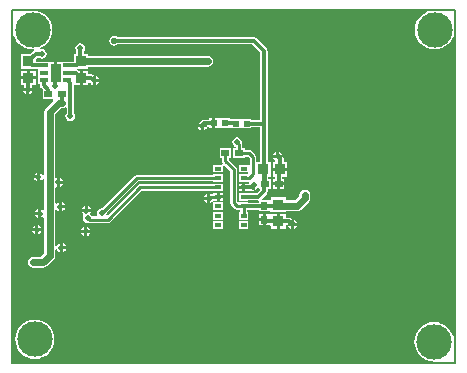
<source format=gtl>
%FSLAX25Y25*%
%MOIN*%
G70*
G01*
G75*
G04 Layer_Physical_Order=1*
G04 Layer_Color=255*
%ADD10R,0.01969X0.01969*%
%ADD11R,0.02362X0.01969*%
%ADD12R,0.02559X0.02165*%
%ADD13R,0.03740X0.03740*%
%ADD14R,0.02165X0.02559*%
%ADD15R,0.03740X0.03740*%
%ADD16R,0.01969X0.01378*%
%ADD17R,0.02756X0.01181*%
%ADD18R,0.03504X0.06299*%
%ADD19C,0.01181*%
%ADD20C,0.01000*%
%ADD21C,0.02362*%
%ADD22C,0.01378*%
%ADD23C,0.00787*%
%ADD24C,0.01969*%
%ADD25C,0.11811*%
%ADD26C,0.02165*%
G36*
X138077Y116915D02*
X137022Y116351D01*
X136032Y115539D01*
X135221Y114550D01*
X134617Y113422D01*
X134246Y112197D01*
X134121Y110924D01*
X134246Y109650D01*
X134617Y108426D01*
X135221Y107297D01*
X136032Y106308D01*
X137022Y105496D01*
X138150Y104893D01*
X139375Y104522D01*
X140648Y104396D01*
X141921Y104522D01*
X143146Y104893D01*
X144274Y105496D01*
X145264Y106308D01*
X146075Y107297D01*
X146679Y108426D01*
X146705Y108514D01*
X147200Y108440D01*
Y8821D01*
X146705Y8747D01*
X146482Y9485D01*
X145879Y10613D01*
X145067Y11602D01*
X144078Y12414D01*
X142949Y13017D01*
X141725Y13389D01*
X140451Y13514D01*
X139178Y13389D01*
X137953Y13017D01*
X136825Y12414D01*
X135836Y11602D01*
X135024Y10613D01*
X134421Y9485D01*
X134049Y8260D01*
X133924Y6987D01*
X134049Y5713D01*
X134421Y4489D01*
X135024Y3360D01*
X135836Y2371D01*
X136825Y1559D01*
X137953Y956D01*
X139178Y585D01*
X140042Y499D01*
X140018Y0D01*
X0D01*
Y108899D01*
X495Y108972D01*
X660Y108426D01*
X1264Y107297D01*
X2075Y106308D01*
X3064Y105496D01*
X4193Y104893D01*
X5418Y104522D01*
X6691Y104396D01*
X6983Y104425D01*
X7152Y103954D01*
X7083Y103908D01*
X6848Y103752D01*
X6848Y103752D01*
X5958Y102861D01*
X2739D01*
Y97939D01*
X7661D01*
Y97955D01*
X8414D01*
Y97781D01*
X8414D01*
Y95419D01*
X8414Y95419D01*
X8414Y95222D01*
X8414D01*
Y92860D01*
X9178D01*
Y92417D01*
X9178Y92417D01*
X9270Y91957D01*
X9531Y91566D01*
X10030Y91067D01*
Y87727D01*
X13319D01*
X13510Y87265D01*
X11123Y84877D01*
X10731Y84291D01*
X10594Y83600D01*
Y62500D01*
X10096Y62451D01*
X10083Y62515D01*
X9735Y63035D01*
X9215Y63383D01*
X9100Y63406D01*
Y61899D01*
Y60394D01*
X9215Y60417D01*
X9735Y60765D01*
X10083Y61286D01*
X10096Y61349D01*
X10594Y61300D01*
Y51142D01*
X10135Y50835D01*
X9614Y51183D01*
X9500Y51206D01*
Y49699D01*
Y48194D01*
X9614Y48217D01*
X10135Y48565D01*
X10594Y48258D01*
Y36448D01*
X9352Y35206D01*
X6900D01*
X6209Y35069D01*
X5623Y34677D01*
X5231Y34091D01*
X5094Y33400D01*
X5231Y32709D01*
X5623Y32123D01*
X6209Y31731D01*
X6900Y31594D01*
X10100D01*
X10791Y31731D01*
X11377Y32123D01*
X13677Y34423D01*
X14069Y35009D01*
X14206Y35700D01*
Y37700D01*
X14704Y37749D01*
X14717Y37685D01*
X15065Y37165D01*
X15586Y36817D01*
X15700Y36794D01*
Y38299D01*
Y39806D01*
X15586Y39783D01*
X15065Y39435D01*
X14717Y38914D01*
X14704Y38851D01*
X14206Y38900D01*
Y50755D01*
X14685Y50901D01*
X14765Y50781D01*
X15285Y50433D01*
X15400Y50410D01*
Y51916D01*
Y53423D01*
X15285Y53400D01*
X14765Y53052D01*
X14685Y52933D01*
X14206Y53078D01*
Y58298D01*
X14593Y58615D01*
X14700Y58594D01*
Y60099D01*
Y61606D01*
X14593Y61585D01*
X14206Y61902D01*
Y82852D01*
X16248Y84894D01*
X16600D01*
X17291Y85031D01*
X17555Y85207D01*
X17996Y84971D01*
Y83132D01*
X17717Y82714D01*
X17594Y82100D01*
X17717Y81485D01*
X18065Y80965D01*
X18586Y80617D01*
X19200Y80494D01*
X19815Y80617D01*
X20335Y80965D01*
X20683Y81485D01*
X20806Y82100D01*
X20683Y82714D01*
X20404Y83132D01*
Y92439D01*
X22300D01*
Y94899D01*
Y97361D01*
X22042D01*
X21951Y97452D01*
X21561Y97713D01*
X21100Y97804D01*
X21235Y97939D01*
X25261D01*
Y98594D01*
X65000D01*
X65691Y98731D01*
X66277Y99123D01*
X66669Y99709D01*
X66806Y100400D01*
X66669Y101091D01*
X66277Y101677D01*
X65691Y102069D01*
X65000Y102206D01*
X25261D01*
Y102861D01*
X23805D01*
Y103918D01*
X23983Y104185D01*
X24106Y104800D01*
X23983Y105414D01*
X23635Y105935D01*
X23114Y106283D01*
X22500Y106406D01*
X21885Y106283D01*
X21365Y105935D01*
X21017Y105414D01*
X20894Y104800D01*
X21017Y104185D01*
X21195Y103918D01*
Y102861D01*
X20339D01*
Y100363D01*
X18217D01*
X18101Y100340D01*
X16249D01*
Y100340D01*
X14800D01*
Y96599D01*
X13800D01*
Y100340D01*
X12351D01*
Y100340D01*
X10499D01*
X10383Y100363D01*
X7661D01*
Y101158D01*
X8199Y101696D01*
X8768D01*
X9185Y101417D01*
X9800Y101294D01*
X10414Y101417D01*
X10935Y101765D01*
X11283Y102286D01*
X11406Y102900D01*
X11283Y103515D01*
X10935Y104035D01*
X10414Y104383D01*
X9800Y104506D01*
X9335Y104413D01*
X9189Y104893D01*
X10317Y105496D01*
X11307Y106308D01*
X12118Y107297D01*
X12722Y108426D01*
X13093Y109650D01*
X13218Y110924D01*
X13093Y112197D01*
X12722Y113422D01*
X12118Y114550D01*
X11307Y115539D01*
X10317Y116351D01*
X9189Y116954D01*
X7965Y117326D01*
Y117326D01*
X7968Y117400D01*
X137955D01*
X138077Y116915D01*
D02*
G37*
%LPC*%
G36*
X70075Y50229D02*
X66925D01*
Y47670D01*
X70075D01*
Y50229D01*
D02*
G37*
G36*
X8500Y49200D02*
X7494D01*
X7517Y49086D01*
X7865Y48565D01*
X8386Y48217D01*
X8500Y48194D01*
Y49200D01*
D02*
G37*
G36*
X83400Y49570D02*
X82227D01*
Y48200D01*
X83400D01*
Y49570D01*
D02*
G37*
G36*
X93800Y47606D02*
Y46600D01*
X94806D01*
X94783Y46714D01*
X94435Y47235D01*
X93915Y47583D01*
X93800Y47606D01*
D02*
G37*
G36*
X8600Y45806D02*
Y44800D01*
X9606D01*
X9583Y44914D01*
X9235Y45435D01*
X8715Y45783D01*
X8600Y45806D01*
D02*
G37*
G36*
X83400Y47200D02*
X82227D01*
Y45830D01*
X83400D01*
Y47200D01*
D02*
G37*
G36*
X90961Y49561D02*
X89000D01*
Y47099D01*
Y44639D01*
X90961D01*
Y45896D01*
X91701D01*
X91743Y45854D01*
X91694Y46100D01*
X91794Y46600D01*
X92800D01*
Y47606D01*
X93298Y47705D01*
X93051Y47951D01*
X92661Y48213D01*
X92200Y48304D01*
X92200Y48304D01*
X90961D01*
Y49561D01*
D02*
G37*
G36*
X25000Y52206D02*
Y51200D01*
X26006D01*
X25983Y51315D01*
X25635Y51835D01*
X25115Y52183D01*
X25000Y52206D01*
D02*
G37*
G36*
X16400Y53423D02*
Y52416D01*
X17406D01*
X17383Y52531D01*
X17035Y53052D01*
X16514Y53400D01*
X16400Y53423D01*
D02*
G37*
G36*
X64800Y54200D02*
X63794D01*
X63817Y54085D01*
X64165Y53565D01*
X64685Y53217D01*
X64800Y53194D01*
Y54200D01*
D02*
G37*
G36*
X24000Y52206D02*
X23886Y52183D01*
X23365Y51835D01*
X23017Y51315D01*
X22994Y51200D01*
X24000D01*
Y52206D01*
D02*
G37*
G36*
X8500Y51206D02*
X8386Y51183D01*
X7865Y50835D01*
X7517Y50314D01*
X7494Y50200D01*
X8500D01*
Y51206D01*
D02*
G37*
G36*
X17406Y51416D02*
X16400D01*
Y50410D01*
X16514Y50433D01*
X17035Y50781D01*
X17383Y51302D01*
X17406Y51416D01*
D02*
G37*
G36*
X70075Y53379D02*
X66925D01*
Y50820D01*
X70075D01*
Y53379D01*
D02*
G37*
G36*
X7600Y45806D02*
X7485Y45783D01*
X6965Y45435D01*
X6617Y44914D01*
X6594Y44800D01*
X7600D01*
Y45806D01*
D02*
G37*
G36*
X25906Y43300D02*
X24900D01*
Y42294D01*
X25014Y42317D01*
X25535Y42665D01*
X25883Y43185D01*
X25906Y43300D01*
D02*
G37*
G36*
X7600Y43800D02*
X6594D01*
X6617Y43685D01*
X6965Y43165D01*
X7485Y42817D01*
X7600Y42794D01*
Y43800D01*
D02*
G37*
G36*
X9606D02*
X8600D01*
Y42794D01*
X8715Y42817D01*
X9235Y43165D01*
X9583Y43685D01*
X9606Y43800D01*
D02*
G37*
G36*
X23900Y43300D02*
X22894D01*
X22917Y43185D01*
X23265Y42665D01*
X23786Y42317D01*
X23900Y42294D01*
Y43300D01*
D02*
G37*
G36*
X7380Y14301D02*
X6107Y14176D01*
X4882Y13805D01*
X3754Y13201D01*
X2765Y12390D01*
X1953Y11400D01*
X1350Y10272D01*
X978Y9048D01*
X853Y7774D01*
X978Y6501D01*
X1350Y5276D01*
X1953Y4148D01*
X2765Y3158D01*
X3754Y2347D01*
X4882Y1743D01*
X6107Y1372D01*
X7380Y1247D01*
X8654Y1372D01*
X9878Y1743D01*
X11007Y2347D01*
X11996Y3158D01*
X12808Y4148D01*
X13411Y5276D01*
X13782Y6501D01*
X13908Y7774D01*
X13782Y9048D01*
X13411Y10272D01*
X12808Y11400D01*
X11996Y12390D01*
X11007Y13201D01*
X9878Y13805D01*
X8654Y14176D01*
X7380Y14301D01*
D02*
G37*
G36*
X17706Y37800D02*
X16700D01*
Y36794D01*
X16815Y36817D01*
X17335Y37165D01*
X17683Y37685D01*
X17706Y37800D01*
D02*
G37*
G36*
X16700Y39806D02*
Y38800D01*
X17706D01*
X17683Y38914D01*
X17335Y39435D01*
X16815Y39783D01*
X16700Y39806D01*
D02*
G37*
G36*
X92800Y45600D02*
X91794D01*
X91817Y45485D01*
X92165Y44965D01*
X92686Y44617D01*
X92800Y44594D01*
Y45600D01*
D02*
G37*
G36*
X94806D02*
X93800D01*
Y44594D01*
X93915Y44617D01*
X94435Y44965D01*
X94783Y45485D01*
X94806Y45600D01*
D02*
G37*
G36*
X85573Y49570D02*
Y49570D01*
X84400D01*
Y47699D01*
Y45830D01*
X85573D01*
Y45830D01*
X85686D01*
X86039Y45476D01*
Y44639D01*
X88000D01*
Y47099D01*
Y49561D01*
X86039D01*
Y49561D01*
X85583D01*
X85573Y49570D01*
D02*
G37*
G36*
X78539Y47080D02*
X75390D01*
Y44521D01*
X78539D01*
Y47080D01*
D02*
G37*
G36*
X23900Y45306D02*
X23786Y45283D01*
X23265Y44935D01*
X22917Y44414D01*
X22894Y44300D01*
X23900D01*
Y45306D01*
D02*
G37*
G36*
X24900D02*
Y44300D01*
X25906D01*
X25883Y44414D01*
X25535Y44935D01*
X25014Y45283D01*
X24900Y45306D01*
D02*
G37*
G36*
X70075Y47080D02*
X66925D01*
Y44521D01*
X70075D01*
Y47080D01*
D02*
G37*
G36*
X33900Y109006D02*
X33247Y108876D01*
X32694Y108506D01*
X32324Y107953D01*
X32194Y107300D01*
X32324Y106647D01*
X32694Y106094D01*
X33247Y105724D01*
X33900Y105594D01*
X34553Y105724D01*
X35106Y106094D01*
X35108Y106096D01*
X79901D01*
X82596Y103401D01*
Y80904D01*
X79539D01*
Y81275D01*
X76389D01*
D01*
D01*
X76389Y81275D01*
X75995D01*
Y81275D01*
X72846D01*
Y81275D01*
X72535D01*
X72435Y81375D01*
Y81375D01*
X69246D01*
X69246Y81375D01*
Y81375D01*
X68892Y81375D01*
D01*
X68892Y81375D01*
X68892Y81375D01*
D01*
X68539Y81375D01*
X68538Y81375D01*
Y81375D01*
X67620D01*
Y79799D01*
Y78225D01*
X68892D01*
Y78225D01*
X68892D01*
X68892Y78225D01*
X69246Y78225D01*
X69246Y78225D01*
Y78225D01*
X72435D01*
Y78225D01*
X72746D01*
X72846Y78125D01*
Y78125D01*
X75995D01*
Y78125D01*
X75995D01*
X75995Y78125D01*
X76389D01*
Y78125D01*
X79539D01*
Y78496D01*
X82596D01*
Y66961D01*
X81260D01*
Y68552D01*
X81260Y68552D01*
X81175Y68977D01*
X80934Y69338D01*
X79686Y70586D01*
X79325Y70827D01*
X78900Y70912D01*
X78900Y70912D01*
X77337D01*
Y71473D01*
X76579D01*
Y72833D01*
X76494Y73259D01*
X76389Y73416D01*
X76406Y73500D01*
X76283Y74115D01*
X75935Y74635D01*
X75415Y74983D01*
X74800Y75106D01*
X74186Y74983D01*
X73665Y74635D01*
X73317Y74115D01*
X73194Y73500D01*
X73317Y72886D01*
X73665Y72365D01*
X74186Y72017D01*
X74355Y71983D01*
Y71473D01*
X73597D01*
Y68127D01*
X77337D01*
Y68688D01*
X78439D01*
X79036Y68091D01*
Y65977D01*
X78539D01*
Y65977D01*
X75390D01*
Y63418D01*
X78539D01*
Y63418D01*
X78539D01*
D01*
X78612Y63244D01*
X78335Y62828D01*
X75390D01*
Y60268D01*
X78539D01*
Y60268D01*
X78858D01*
X78944Y60107D01*
X78687Y59678D01*
X78539D01*
Y59678D01*
X77465D01*
Y58397D01*
Y57119D01*
X78539D01*
Y57194D01*
X79798D01*
X79798Y57194D01*
X80259Y57286D01*
X80650Y57547D01*
X80671Y57568D01*
X80300Y57494D01*
X79800Y57594D01*
Y59101D01*
X80800D01*
Y57594D01*
X80914Y57617D01*
X81435Y57965D01*
X81783Y58486D01*
X82263Y58390D01*
Y58027D01*
X82370D01*
X82562Y57565D01*
X81450Y56453D01*
X78539D01*
Y56528D01*
X75390D01*
Y53969D01*
X78539D01*
Y54045D01*
X81949D01*
X81949Y54045D01*
X82227Y53816D01*
Y53303D01*
X78539D01*
Y53379D01*
X75390D01*
Y53379D01*
X75194Y53379D01*
X74812Y53761D01*
Y64400D01*
X74812Y64400D01*
X74727Y64825D01*
X74486Y65186D01*
X74486Y65186D01*
X72012Y67661D01*
Y68127D01*
X72770D01*
Y71473D01*
X69030D01*
Y68127D01*
X69788D01*
Y67200D01*
X69788Y67200D01*
X69873Y66774D01*
X70111Y66418D01*
X70103Y66403D01*
X69999Y66299D01*
D01*
X69787Y66087D01*
D01*
X69677Y65977D01*
X66925D01*
Y63418D01*
X70075D01*
Y65799D01*
X70276Y65883D01*
X70276Y65883D01*
X70537Y65991D01*
X72588Y63939D01*
Y53300D01*
X72588Y53300D01*
X72673Y52874D01*
X72914Y52514D01*
X74115Y51313D01*
X74475Y51072D01*
X74901Y50987D01*
X74901Y50987D01*
X75390D01*
Y50820D01*
X75853D01*
Y50229D01*
X75390D01*
Y47670D01*
X78539D01*
Y50229D01*
X78076D01*
Y50820D01*
X78539D01*
Y50895D01*
X82227D01*
Y50397D01*
X85573D01*
Y50397D01*
X85782D01*
X86039Y50139D01*
Y50139D01*
X90961D01*
Y50461D01*
X94867D01*
X95558Y50598D01*
X96144Y50990D01*
X98677Y53523D01*
X99069Y54109D01*
X99206Y54800D01*
X99206Y54800D01*
X99206Y54800D01*
Y54800D01*
Y55900D01*
X99069Y56591D01*
X98677Y57177D01*
X98091Y57569D01*
X97400Y57706D01*
X96709Y57569D01*
X96123Y57177D01*
X95731Y56591D01*
X95594Y55900D01*
Y55548D01*
X94119Y54073D01*
X90961D01*
Y55061D01*
X86039D01*
Y54137D01*
X85573D01*
Y54137D01*
X83193D01*
X83002Y54599D01*
X84651Y56248D01*
X84913Y56639D01*
X85004Y57100D01*
X85004Y57100D01*
Y58027D01*
X86003D01*
Y61373D01*
X85245D01*
Y62039D01*
X86061D01*
Y66961D01*
X85004D01*
Y79100D01*
X85004Y79100D01*
X85004Y79100D01*
Y103900D01*
X85004Y103900D01*
X84913Y104361D01*
X84651Y104752D01*
X84651Y104752D01*
X81252Y108151D01*
X80861Y108413D01*
X80400Y108504D01*
X80400Y108504D01*
X35108D01*
X35106Y108506D01*
X34553Y108876D01*
X33900Y109006D01*
D02*
G37*
G36*
X66620Y81375D02*
X65349D01*
Y81004D01*
X63700D01*
X63700Y81004D01*
X63239Y80913D01*
X62849Y80651D01*
X62570Y80373D01*
X62065Y80035D01*
X61717Y79514D01*
X61694Y79400D01*
X64706D01*
X64806Y78900D01*
X64745Y78596D01*
X65349D01*
Y78225D01*
X66620D01*
Y79799D01*
Y81375D01*
D02*
G37*
G36*
X4600Y90400D02*
X3594D01*
X3617Y90285D01*
X3965Y89765D01*
X4485Y89417D01*
X4600Y89394D01*
Y90400D01*
D02*
G37*
G36*
X64706Y78400D02*
X63700D01*
Y77394D01*
X63815Y77417D01*
X64335Y77765D01*
X64683Y78285D01*
X64706Y78400D01*
D02*
G37*
G36*
X87900Y70306D02*
X87786Y70283D01*
X87265Y69935D01*
X86917Y69415D01*
X86894Y69300D01*
X87900D01*
Y70306D01*
D02*
G37*
G36*
X88900D02*
Y69300D01*
X89906D01*
X89883Y69415D01*
X89535Y69935D01*
X89015Y70283D01*
X88900Y70306D01*
D02*
G37*
G36*
X62700Y78400D02*
X61694D01*
X61717Y78285D01*
X62065Y77765D01*
X62586Y77417D01*
X62700Y77394D01*
Y78400D01*
D02*
G37*
G36*
X27700Y95606D02*
Y94600D01*
X28706D01*
X28683Y94714D01*
X28335Y95235D01*
X27814Y95583D01*
X27700Y95606D01*
D02*
G37*
G36*
X4700Y97361D02*
X2739D01*
Y95400D01*
X4700D01*
Y97361D01*
D02*
G37*
G36*
X7661D02*
X5700D01*
Y95400D01*
X7661D01*
Y97361D01*
D02*
G37*
G36*
X28706Y93600D02*
X27700D01*
Y92594D01*
X27814Y92617D01*
X28335Y92965D01*
X28683Y93485D01*
X28706Y93600D01*
D02*
G37*
G36*
X6606Y90400D02*
X5600D01*
Y89394D01*
X5714Y89417D01*
X6235Y89765D01*
X6583Y90285D01*
X6606Y90400D01*
D02*
G37*
G36*
X7661Y94400D02*
X2739D01*
Y92439D01*
X3695D01*
X3742Y92368D01*
X3940Y91998D01*
X3617Y91514D01*
X3594Y91400D01*
X6606D01*
X6583Y91514D01*
X6404Y91783D01*
Y92439D01*
X7661D01*
Y94400D01*
D02*
G37*
G36*
X25261Y97361D02*
X23300D01*
Y94899D01*
Y92439D01*
X25261D01*
Y93307D01*
X25739Y93452D01*
X26065Y92965D01*
X26586Y92617D01*
X26700Y92594D01*
Y94099D01*
Y95606D01*
X27114Y95689D01*
X27051Y95752D01*
X26661Y96013D01*
X26200Y96104D01*
X26200Y96104D01*
X25261D01*
Y97361D01*
D02*
G37*
G36*
X89986Y68900D02*
X90006Y68800D01*
X89906Y68300D01*
X86894D01*
X86917Y68186D01*
X87265Y67665D01*
X87602Y67439D01*
X87457Y66961D01*
X86639D01*
Y65000D01*
X91561D01*
Y66961D01*
X90304D01*
Y68100D01*
X90304Y68100D01*
X90213Y68561D01*
X89986Y68900D01*
D02*
G37*
G36*
X76465Y57898D02*
X75390D01*
Y57119D01*
X76465D01*
Y57898D01*
D02*
G37*
G36*
X88200Y59200D02*
X86830D01*
Y58027D01*
X88200D01*
Y59200D01*
D02*
G37*
G36*
X90570D02*
X89200D01*
Y58027D01*
X90570D01*
Y59200D01*
D02*
G37*
G36*
X70075Y56528D02*
X69000D01*
Y55749D01*
X70075D01*
Y56528D01*
D02*
G37*
G36*
X68000D02*
X66925D01*
Y56361D01*
X65849D01*
X65436Y56279D01*
X65800Y56206D01*
Y54699D01*
Y53194D01*
X65914Y53217D01*
X66435Y53565D01*
X66706Y53969D01*
X66925Y53969D01*
Y53969D01*
X68000D01*
Y55248D01*
Y56528D01*
D02*
G37*
G36*
X70075Y54749D02*
X69000D01*
Y53969D01*
X70075D01*
Y54749D01*
D02*
G37*
G36*
X64800Y56206D02*
X64685Y56183D01*
X64165Y55835D01*
X63817Y55314D01*
X63794Y55200D01*
X64800D01*
Y56206D01*
D02*
G37*
G36*
X15700Y61606D02*
Y60600D01*
X16706D01*
X16683Y60715D01*
X16335Y61235D01*
X15814Y61583D01*
X15700Y61606D01*
D02*
G37*
G36*
X8100Y63406D02*
X7986Y63383D01*
X7465Y63035D01*
X7117Y62515D01*
X7094Y62400D01*
X8100D01*
Y63406D01*
D02*
G37*
G36*
X70075Y62828D02*
X66925D01*
Y62660D01*
X41432D01*
X41431Y62660D01*
X41006Y62575D01*
X40645Y62334D01*
X29728Y51417D01*
X29700Y51422D01*
X29085Y51300D01*
X28565Y50952D01*
X28217Y50431D01*
X28094Y49817D01*
X28217Y49202D01*
X28249Y49153D01*
X28014Y48712D01*
X26479D01*
X26463Y48794D01*
X26115Y49315D01*
X25668Y49613D01*
X25983Y50086D01*
X26006Y50200D01*
X22994D01*
X23017Y50086D01*
X23365Y49565D01*
X23517Y49463D01*
X23615Y48972D01*
X23496Y48794D01*
X23374Y48180D01*
X23496Y47565D01*
X23844Y47044D01*
X24365Y46696D01*
X24980Y46574D01*
X25097Y46597D01*
X25133Y46573D01*
X25133Y46573D01*
X25133Y46573D01*
D01*
X25133Y46573D01*
X25133Y46573D01*
X25559Y46488D01*
X25559Y46488D01*
X31700D01*
X31700Y46488D01*
X32125Y46573D01*
X32486Y46814D01*
X42959Y57287D01*
X66925D01*
Y57119D01*
X70075D01*
Y59678D01*
X66925D01*
Y59510D01*
X42498D01*
X42498Y59510D01*
X42073Y59426D01*
X41712Y59185D01*
X31657Y49129D01*
X31216Y49365D01*
X31306Y49817D01*
X31300Y49844D01*
X41892Y60436D01*
X66925D01*
Y60268D01*
X70075D01*
Y62828D01*
D02*
G37*
G36*
X8100Y61400D02*
X7094D01*
X7117Y61286D01*
X7465Y60765D01*
X7986Y60417D01*
X8100Y60394D01*
Y61400D01*
D02*
G37*
G36*
X16706Y59600D02*
X15700D01*
Y58594D01*
X15814Y58617D01*
X16335Y58965D01*
X16683Y59486D01*
X16706Y59600D01*
D02*
G37*
G36*
X76465Y59678D02*
X75390D01*
Y58898D01*
X76465D01*
Y59678D01*
D02*
G37*
G36*
X91561Y64000D02*
X86639D01*
Y62039D01*
X87496D01*
Y61373D01*
X86830D01*
Y60200D01*
X90570D01*
Y61373D01*
X89904D01*
Y62039D01*
X91561D01*
Y64000D01*
D02*
G37*
%LPD*%
D10*
X77964Y79700D02*
D03*
X74420D02*
D03*
D11*
X67120Y79800D02*
D03*
X70664D02*
D03*
D12*
X70900Y69800D02*
D03*
X75467D02*
D03*
X88700Y59700D02*
D03*
X84133D02*
D03*
X11900Y89400D02*
D03*
X16467D02*
D03*
D13*
X83600Y64500D02*
D03*
X89100D02*
D03*
D14*
X83900Y47700D02*
D03*
Y52267D02*
D03*
D15*
X88500Y52600D02*
D03*
Y47100D02*
D03*
X5200Y100400D02*
D03*
Y94900D02*
D03*
X22800Y100400D02*
D03*
Y94900D02*
D03*
D16*
X68500Y45800D02*
D03*
Y48950D02*
D03*
Y52099D02*
D03*
Y55249D02*
D03*
Y58398D02*
D03*
Y61548D02*
D03*
Y64698D02*
D03*
X76965D02*
D03*
Y61548D02*
D03*
Y58398D02*
D03*
Y55249D02*
D03*
Y52099D02*
D03*
Y48950D02*
D03*
Y45800D02*
D03*
D17*
X10383Y99159D02*
D03*
Y96600D02*
D03*
Y94041D02*
D03*
X18217Y99159D02*
D03*
Y96600D02*
D03*
Y94041D02*
D03*
D18*
X14300Y96600D02*
D03*
D19*
X26200Y94900D02*
X27100Y94000D01*
X63000Y79100D02*
X63700Y79800D01*
X92200Y47100D02*
X93300Y46000D01*
X63700Y79800D02*
X67120D01*
X74321D02*
X74420Y79700D01*
X70664Y79800D02*
X74321D01*
X83800Y64300D02*
Y79100D01*
Y57100D02*
Y64300D01*
X83200Y79700D02*
X83800Y79100D01*
Y103900D01*
X77964Y79700D02*
X83200D01*
X18217Y94041D02*
X19200Y93058D01*
Y82100D02*
Y93058D01*
X81949Y55249D02*
X83800Y57100D01*
X76965Y55249D02*
X81949D01*
X88400Y68800D02*
X89100Y68100D01*
Y64500D02*
Y68100D01*
X88500Y47100D02*
X92200D01*
X88700Y64100D02*
X89100Y64500D01*
X88700Y59700D02*
Y64100D01*
X79798Y58398D02*
X80200Y58800D01*
X76965Y58398D02*
X79798D01*
X76965Y52099D02*
X83732D01*
X80400Y107300D02*
X83800Y103900D01*
X33900Y107300D02*
X80400D01*
X18217Y99159D02*
X21559D01*
X22800Y100400D01*
X18217Y96600D02*
X21100D01*
X22800Y94900D01*
X6441Y99159D02*
X10383D01*
X5200Y100400D02*
X6441Y99159D01*
X11900Y89400D02*
Y90900D01*
X10383Y92417D02*
X11900Y90900D01*
X10383Y92417D02*
Y94041D01*
X5200Y91000D02*
Y94900D01*
X5100Y90900D02*
X5200Y91000D01*
X14200Y92100D02*
Y96500D01*
X22800Y94900D02*
X26200D01*
X5200Y100400D02*
X7700Y102900D01*
X9800D01*
X84500Y47100D02*
X88500D01*
X83900Y47700D02*
X84500Y47100D01*
D20*
X31700Y47600D02*
X42498Y58398D01*
X25559Y47600D02*
X31700D01*
X24980Y48180D02*
X25559Y47600D01*
X83600Y64500D02*
X83800Y64300D01*
X84133Y63967D01*
Y59700D02*
Y63967D01*
X65300Y54700D02*
X65849Y55249D01*
X68500D01*
X74700Y73600D02*
X74800Y73500D01*
X75467Y72833D01*
Y69800D02*
Y72833D01*
X78900Y69800D02*
X80148Y68552D01*
X78896Y61548D02*
X80148Y62800D01*
X75467Y69800D02*
X78900D01*
X80148Y62800D02*
Y68552D01*
X76965Y61548D02*
X78896D01*
X74901Y52099D02*
X76965D01*
X73700Y53300D02*
X74901Y52099D01*
X73700Y53300D02*
Y64400D01*
X70900Y67200D02*
X73700Y64400D01*
X70900Y67200D02*
Y69800D01*
X83732Y52099D02*
X83900Y52267D01*
X76965Y48950D02*
Y52099D01*
X42498Y58398D02*
X68500D01*
X41431Y61548D02*
X68500D01*
X29700Y49817D02*
X41431Y61548D01*
X68452Y61500D02*
X68500Y61548D01*
D21*
X88167Y52267D02*
X94867D01*
X16467Y86700D02*
X16600D01*
X6900Y33400D02*
X10100D01*
X94867Y52267D02*
X97400Y54800D01*
Y55900D01*
X15500Y86700D02*
X16467D01*
X22800Y100400D02*
X65000D01*
X12400Y83600D02*
X15500Y86700D01*
X12400Y35700D02*
Y83600D01*
X10100Y33400D02*
X12400Y35700D01*
D22*
X16467Y86700D02*
Y89400D01*
Y86633D02*
Y86700D01*
Y86633D02*
X16500Y86600D01*
X22500Y100700D02*
Y104800D01*
Y100700D02*
X22800Y100400D01*
X83900Y52267D02*
X88167D01*
X88500Y52600D01*
X91900D01*
X83900Y52100D02*
Y52267D01*
D23*
X-100Y-100D02*
X147538D01*
X-81Y117660D02*
X147540D01*
X147557Y117643D01*
Y-57D02*
Y117643D01*
X-81Y-57D02*
Y117660D01*
Y-57D02*
X147557D01*
D24*
X63200Y78900D02*
D03*
X19200Y82100D02*
D03*
X88400Y68800D02*
D03*
X93300Y46100D02*
D03*
X65300Y54700D02*
D03*
X74800Y73500D02*
D03*
X97400Y55900D02*
D03*
X80300Y59100D02*
D03*
X5100Y90900D02*
D03*
X14200Y92100D02*
D03*
X8600Y61900D02*
D03*
X9000Y49700D02*
D03*
X8100Y44300D02*
D03*
X16500Y86600D02*
D03*
X22500Y104800D02*
D03*
X27200Y94100D02*
D03*
X9800Y102900D02*
D03*
X15900Y51916D02*
D03*
X15200Y60100D02*
D03*
X16200Y38300D02*
D03*
X8600Y33500D02*
D03*
X24500Y50700D02*
D03*
X24400Y43800D02*
D03*
X29700Y49817D02*
D03*
X24980Y48180D02*
D03*
D25*
X7380Y7774D02*
D03*
X140451Y6987D02*
D03*
X6691Y110924D02*
D03*
X140648D02*
D03*
D26*
X33900Y107300D02*
D03*
X65000Y100400D02*
D03*
M02*

</source>
